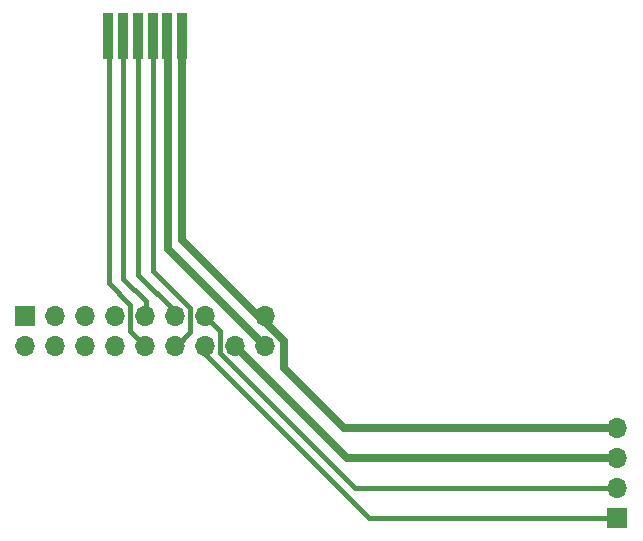
<source format=gtl>
G04 #@! TF.GenerationSoftware,KiCad,Pcbnew,7.0.9*
G04 #@! TF.CreationDate,2024-09-23T21:54:56+08:00*
G04 #@! TF.ProjectId,thingy,7468696e-6779-42e6-9b69-6361645f7063,rev?*
G04 #@! TF.SameCoordinates,Original*
G04 #@! TF.FileFunction,Copper,L1,Top*
G04 #@! TF.FilePolarity,Positive*
%FSLAX46Y46*%
G04 Gerber Fmt 4.6, Leading zero omitted, Abs format (unit mm)*
G04 Created by KiCad (PCBNEW 7.0.9) date 2024-09-23 21:54:56*
%MOMM*%
%LPD*%
G01*
G04 APERTURE LIST*
G04 #@! TA.AperFunction,ComponentPad*
%ADD10R,1.700000X1.700000*%
G04 #@! TD*
G04 #@! TA.AperFunction,ComponentPad*
%ADD11O,1.700000X1.700000*%
G04 #@! TD*
G04 #@! TA.AperFunction,ComponentPad*
%ADD12R,0.900000X4.000000*%
G04 #@! TD*
G04 #@! TA.AperFunction,Conductor*
%ADD13C,0.381000*%
G04 #@! TD*
G04 #@! TA.AperFunction,Conductor*
%ADD14C,0.635000*%
G04 #@! TD*
G04 APERTURE END LIST*
D10*
X139975000Y-15800000D03*
D11*
X139975000Y-13260000D03*
X139975000Y-10720000D03*
X139975000Y-8180000D03*
D10*
X89850000Y1275000D03*
D11*
X89850000Y-1265000D03*
X92390000Y1275000D03*
X92390000Y-1265000D03*
X94930000Y1275000D03*
X94930000Y-1265000D03*
X97470000Y1275000D03*
X97470000Y-1265000D03*
X100010000Y1275000D03*
X100010000Y-1265000D03*
X102550000Y1275000D03*
X102550000Y-1265000D03*
X105090000Y1275000D03*
X105090000Y-1265000D03*
X107630000Y-1265000D03*
X110170000Y1275000D03*
X110170000Y-1265000D03*
D12*
X103125000Y25025000D03*
X101875000Y25025000D03*
X100625000Y25025000D03*
X99375000Y25025000D03*
X98125000Y25025000D03*
X96875000Y25025000D03*
D13*
X105115000Y1250000D02*
X106355500Y9500D01*
X105115000Y-2015000D02*
X118925000Y-15825000D01*
X99400000Y4800000D02*
X99400000Y25000000D01*
D14*
X101900000Y7005000D02*
X101900000Y25000000D01*
D13*
X117785000Y-13285000D02*
X140000000Y-13285000D01*
D14*
X117110000Y-10745000D02*
X140000000Y-10745000D01*
D13*
X118925000Y-15825000D02*
X140000000Y-15825000D01*
D14*
X110195000Y-1290000D02*
X101900000Y7005000D01*
X111725000Y-3125000D02*
X116805000Y-8205000D01*
X110195000Y1250000D02*
X110195000Y727500D01*
X110195000Y727500D02*
X111725000Y-802500D01*
X103150000Y7750000D02*
X103150000Y25000000D01*
D13*
X105115000Y-1290000D02*
X105115000Y-2015000D01*
X106355500Y-1855500D02*
X117785000Y-13285000D01*
D14*
X116805000Y-8205000D02*
X140000000Y-8205000D01*
X110195000Y1250000D02*
X109650000Y1250000D01*
D13*
X106355500Y9500D02*
X106355500Y-1855500D01*
D14*
X111725000Y-802500D02*
X111725000Y-3125000D01*
X109650000Y1250000D02*
X103150000Y7750000D01*
X107655000Y-1290000D02*
X117110000Y-10745000D01*
D13*
X100035000Y2565000D02*
X98150000Y4450000D01*
X100035000Y1250000D02*
X100035000Y2565000D01*
X102575000Y-1290000D02*
X103815500Y-49500D01*
X103815500Y-49500D02*
X103815500Y1984500D01*
X102575000Y1250000D02*
X102575000Y1625000D01*
X100650000Y5150000D02*
X100650000Y25000000D01*
X98735500Y9500D02*
X98735500Y2264500D01*
X98735500Y2264500D02*
X96900000Y4100000D01*
X98150000Y4450000D02*
X98150000Y25000000D01*
X96900000Y4100000D02*
X96900000Y25000000D01*
X102575000Y1625000D02*
X99400000Y4800000D01*
X103815500Y1984500D02*
X100650000Y5150000D01*
X100035000Y-1290000D02*
X98735500Y9500D01*
M02*

</source>
